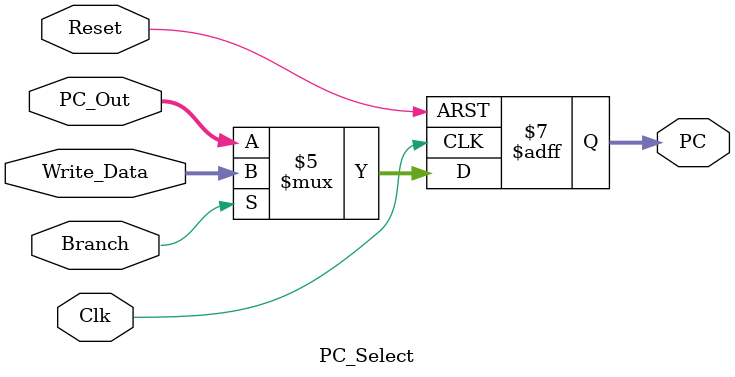
<source format=v>
`timescale 1ns / 1ps
module PC_Select(
    input [7:0] PC_Out,
    input [7:0] Write_Data,
    input Branch,
	 input Clk,
	 input Reset,
    output reg [7:0] PC
    );
	 
	 always@(negedge Clk, negedge Reset)
	 begin
	 if(Reset == 0)
	 PC <= 0;
	 else
		 begin
			if(Branch == 1'b0)
				PC <= PC_Out;
			else
				PC <= Write_Data;
		 end
	 end

endmodule

</source>
